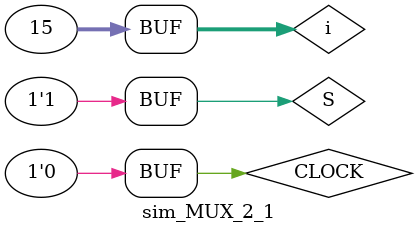
<source format=v>
module sim_MUX_2_1();
    reg CLOCK;
    reg S;
    wire OUT;
    MUX_2_1 sim(
        .OUT(OUT),
        .S(S),
        .OPT0(0),
        .OPT1(CLOCK));
    integer i;
    initial begin
        S<=0;
        for(i=0;i<15;i=i+1) begin
            #5 CLOCK=i%2;   
        end         
        S<=1;
        for(i=0;i<15;i=i+1) begin
            #5 CLOCK=i%2;            
        end
    end
endmodule
</source>
